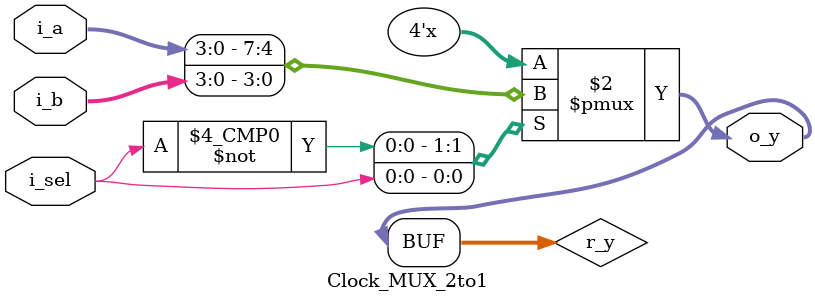
<source format=v>
`timescale 1ns / 1ps

module Clock_MUX_2to1(
    input [3:0] i_a, i_b,
    input i_sel,
    output [3:0] o_y
    );

    reg [3:0] r_y;
    assign o_y = r_y;
    always @(*) begin  //  모든 입력을 감시하겠다.
        case(i_sel)
            1'b0 : r_y <= i_a;
            1'b1 : r_y <= i_b;
        endcase
    end
endmodule

</source>
